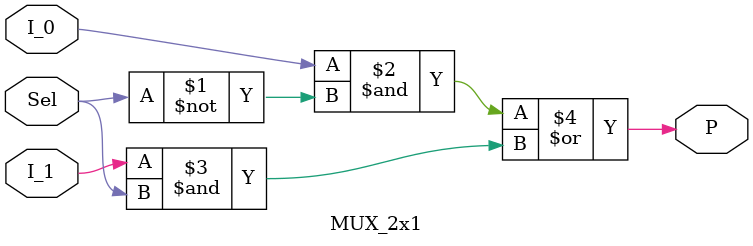
<source format=v>
`timescale 1ns / 1ps

module MUX_2x1(
                input I_0,
                input I_1,
                input Sel,
                output P
                );
                
    assign P=(I_0&(~Sel))|(I_1 & Sel);
endmodule
</source>
